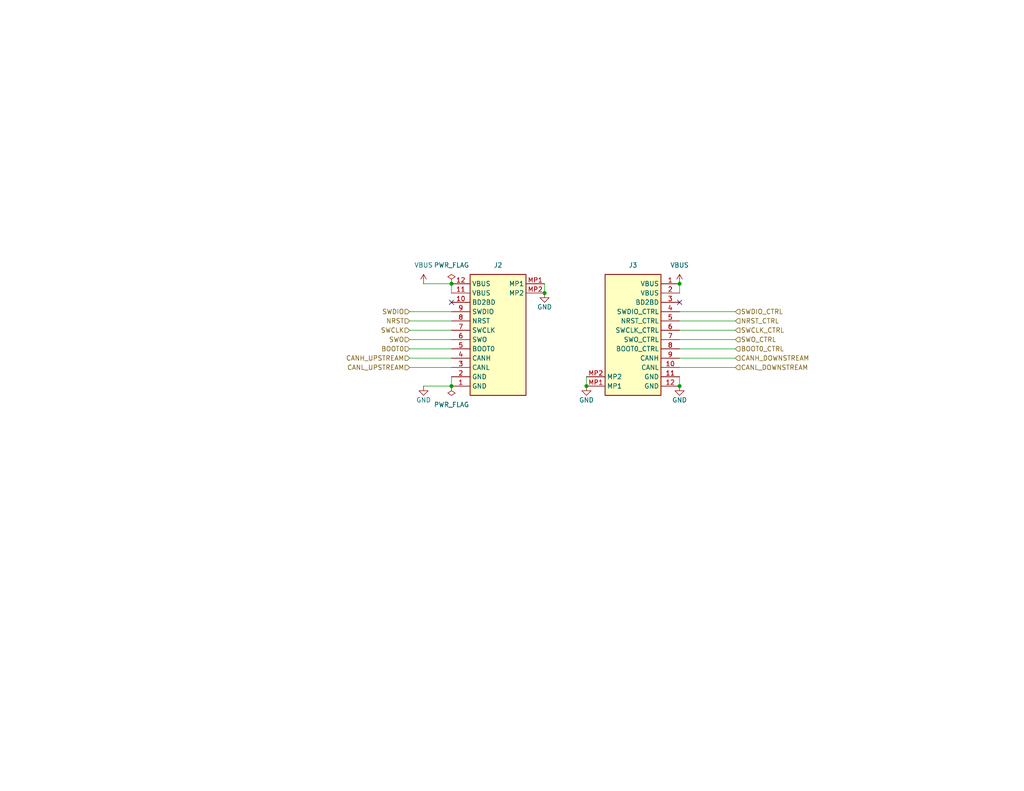
<source format=kicad_sch>
(kicad_sch (version 20231120) (generator "eeschema") (generator_version "8.0")
  (paper "USLetter")
  (lib_symbols
    (symbol "TVSC:Bus Connector (Control)"
      (property "Reference" "J" (at 5 -33 0))
      (symbol "Bus Connector (Control)_1_1"
        (rectangle (start 5.08 2.54) (end 20.32 -30.48) (stroke (width 0.254)) (fill (type background)))
        (pin passive line (at 0 -27.94 0) (length 5.08) (name "VBUS") (number "1"))
        (pin passive line (at 0 -5.08 0) (length 5.08) (name "CANL") (number "10"))
        (pin passive line (at 0 -2.54 0) (length 5.08) (name "GND") (number "11"))
        (pin passive line (at 0 0 0) (length 5.08) (name "GND") (number "12"))
        (pin passive line (at 0 -25.4 0) (length 5.08) (name "VBUS") (number "2"))
        (pin passive line (at 0 -22.86 0) (length 5.08) (name "BD2BD") (number "3"))
        (pin passive line (at 0 -20.32 0) (length 5.08) (name "SWDIO_CTRL") (number "4"))
        (pin passive line (at 0 -17.78 0) (length 5.08) (name "NRST_CTRL") (number "5"))
        (pin passive line (at 0 -15.24 0) (length 5.08) (name "SWCLK_CTRL") (number "6"))
        (pin passive line (at 0 -12.7 0) (length 5.08) (name "SWO_CTRL") (number "7"))
        (pin passive line (at 0 -10.16 0) (length 5.08) (name "BOOT0_CTRL") (number "8"))
        (pin passive line (at 0 -7.62 0) (length 5.08) (name "CANH") (number "9"))
        (pin passive line (at 25.4 0 180) (length 5.08) (name "MP1") (number "MP1"))
        (pin passive line (at 25.4 -2.54 180) (length 5.08) (name "MP2") (number "MP2"))
      )
    )
    (symbol "TVSC:Bus Connector (Target)"
      (property "Reference" "J" (at 5 -33 0))
      (symbol "Bus Connector (Target)_1_1"
        (rectangle (start 5.08 2.54) (end 20.32 -30.48) (stroke (width 0.254)) (fill (type background)))
        (pin passive line (at 0 -27.94 0) (length 5.08) (name "GND") (number "1"))
        (pin passive line (at 0 -5.08 0) (length 5.08) (name "BD2BD") (number "10"))
        (pin passive line (at 0 -2.54 0) (length 5.08) (name "VBUS") (number "11"))
        (pin passive line (at 0 0 0) (length 5.08) (name "VBUS") (number "12"))
        (pin passive line (at 0 -25.4 0) (length 5.08) (name "GND") (number "2"))
        (pin passive line (at 0 -22.86 0) (length 5.08) (name "CANL") (number "3"))
        (pin passive line (at 0 -20.32 0) (length 5.08) (name "CANH") (number "4"))
        (pin passive line (at 0 -17.78 0) (length 5.08) (name "BOOT0") (number "5"))
        (pin passive line (at 0 -15.24 0) (length 5.08) (name "SWO") (number "6"))
        (pin passive line (at 0 -12.7 0) (length 5.08) (name "SWCLK") (number "7"))
        (pin passive line (at 0 -10.16 0) (length 5.08) (name "NRST") (number "8"))
        (pin passive line (at 0 -7.62 0) (length 5.08) (name "SWDIO") (number "9"))
        (pin passive line (at 25.4 0 180) (length 5.08) (name "MP1") (number "MP1"))
        (pin passive line (at 25.4 -2.54 180) (length 5.08) (name "MP2") (number "MP2"))
      )
    )
    (symbol "power:GND" (power) (pin_numbers hide) (pin_names (offset 0) hide)
      (property "Value" "GND" (at 0 -3.81 0))
      (symbol "GND_0_1"
        (polyline (pts (xy 0 0) (xy 0 -1.27) (xy 1.27 -1.27) (xy 0 -2.54) (xy -1.27 -1.27) (xy 0 -1.27)))
      )
      (symbol "GND_1_1"
        (pin power_in line (at 0 0 270) (length 0) (name "~") (number "1"))
      )
    )
    (symbol "power:PWR_FLAG" (power) (pin_numbers hide) (pin_names (offset 0) hide)
      (property "Value" "PWR_FLAG" (at 0 3.81 0))
      (symbol "PWR_FLAG_0_0"
        (pin power_out line (at 0 0 90) (length 0) (name "~") (number "1"))
      )
      (symbol "PWR_FLAG_0_1"
        (polyline (pts (xy 0 0) (xy 0 1.27) (xy -1.016 1.905) (xy 0 2.54) (xy 1.016 1.905) (xy 0 1.27)))
      )
    )
    (symbol "power:VBUS" (power) (pin_numbers hide) (pin_names (offset 0) hide)
      (property "Value" "VBUS" (at 0 3.556 0))
      (symbol "VBUS_0_1"
        (polyline (pts (xy -0.762 1.27) (xy 0 2.54)))
        (polyline (pts (xy 0 0) (xy 0 2.54)))
        (polyline (pts (xy 0 2.54) (xy 0.762 1.27)))
      )
      (symbol "VBUS_1_1"
        (pin power_in line (at 0 0 90) (length 0) (name "~") (number "1"))
      )
    )
  )
  (junction (at 160.02 105.41))
  (junction (at 123.19 105.41))
  (junction (at 185.42 77.47))
  (junction (at 123.19 77.47))
  (junction (at 185.42 105.41))
  (junction (at 148.59 80.01))
  (no_connect (at 123.19 82.55))
  (no_connect (at 185.42 82.55))
  (wire (pts (xy 123.19 77.47) (xy 123.19 80.01)))
  (wire (pts (xy 200.66 85.09) (xy 185.42 85.09)))
  (wire (pts (xy 200.66 100.33) (xy 185.42 100.33)))
  (wire (pts (xy 148.59 77.47) (xy 148.59 80.01)))
  (wire (pts (xy 160.02 102.87) (xy 160.02 105.41)))
  (wire (pts (xy 111.76 90.17) (xy 123.19 90.17)))
  (wire (pts (xy 200.66 95.25) (xy 185.42 95.25)))
  (wire (pts (xy 111.76 87.63) (xy 123.19 87.63)))
  (wire (pts (xy 123.19 102.87) (xy 123.19 105.41)))
  (wire (pts (xy 185.42 77.47) (xy 185.42 80.01)))
  (wire (pts (xy 200.66 97.79) (xy 185.42 97.79)))
  (wire (pts (xy 115.57 77.47) (xy 123.19 77.47)))
  (wire (pts (xy 115.57 105.41) (xy 123.19 105.41)))
  (wire (pts (xy 111.76 97.79) (xy 123.19 97.79)))
  (wire (pts (xy 111.76 95.25) (xy 123.19 95.25)))
  (wire (pts (xy 111.76 92.71) (xy 123.19 92.71)))
  (wire (pts (xy 200.66 90.17) (xy 185.42 90.17)))
  (wire (pts (xy 111.76 85.09) (xy 123.19 85.09)))
  (wire (pts (xy 185.42 102.87) (xy 185.42 105.41)))
  (wire (pts (xy 200.66 92.71) (xy 185.42 92.71)))
  (wire (pts (xy 200.66 87.63) (xy 185.42 87.63)))
  (wire (pts (xy 111.76 100.33) (xy 123.19 100.33)))
  (hierarchical_label "CANH_DOWNSTREAM" (shape input) (at 200.66 97.79 0))
  (hierarchical_label "SWO" (shape input) (at 111.76 92.71 180))
  (hierarchical_label "SWDIO" (shape input) (at 111.76 85.09 180))
  (hierarchical_label "SWCLK" (shape input) (at 111.76 90.17 180))
  (hierarchical_label "SWDIO_CTRL" (shape input) (at 200.66 85.09 0))
  (hierarchical_label "BOOT0_CTRL" (shape input) (at 200.66 95.25 0))
  (hierarchical_label "BOOT0" (shape input) (at 111.76 95.25 180))
  (hierarchical_label "SWO_CTRL" (shape input) (at 200.66 92.71 0))
  (hierarchical_label "NRST" (shape input) (at 111.76 87.63 180))
  (hierarchical_label "CANH_UPSTREAM" (shape input) (at 111.76 97.79 180))
  (hierarchical_label "NRST_CTRL" (shape input) (at 200.66 87.63 0))
  (hierarchical_label "SWCLK_CTRL" (shape input) (at 200.66 90.17 0))
  (hierarchical_label "CANL_UPSTREAM" (shape input) (at 111.76 100.33 180))
  (hierarchical_label "CANL_DOWNSTREAM" (shape input) (at 200.66 100.33 0))
  (symbol (lib_id "power:VBUS") (at 185.42 77.47 0) (unit 1)
    (property "Reference" "#PWR032" (effects (hide yes)))
    (property "Value" "VBUS" (at 185.42 72.39 0))
  )
  (symbol (lib_id "power:GND") (at 148.59 80.01 0) (unit 1)
    (property "Reference" "#PWR033" (effects (hide yes)))
    (property "Value" "GND" (at 148.59 83.82 0))
  )
  (symbol (lib_id "TVSC:Bus Connector (Control)") (at 185.42 105.41 180) (unit 1)
    (property "Reference" "J3" (at 172.72 72.39 0))
    (property "Value" "Molex_504050-1291" (effects (hide yes)))
    (property "Footprint" "footprints:Bus Connector (Control)" (effects (hide yes)))
    (property "Datasheet" "https://www.molex.com/en-us/products/part-detail/5040501291" (effects (hide yes)))
    (property "Manufacturer" "Molex" (effects (hide yes)))
    (property "Manufacturer Part Number" "504050-1291" (effects (hide yes)))
    (property "MPN" "C563982" (effects (hide yes)))
    (property "Active" "Y" (effects (hide yes)))
    (property "Basic or Extended Component" "Extended" (effects (hide yes)))
  )
  (symbol (lib_id "power:PWR_FLAG") (at 123.19 77.47 0) (unit 1)
    (property "Reference" "#FLG02" (effects (hide yes)))
    (property "Value" "PWR_FLAG" (at 123.19 72.39 0))
    (property "Description" "Special symbol for telling ERC where power comes from" (effects (hide yes)))
  )
  (symbol (lib_id "power:GND") (at 115.57 105.41 0) (unit 1)
    (property "Reference" "#PWR034" (effects (hide yes)))
    (property "Value" "GND" (at 115.57 109.22 0))
  )
  (symbol (lib_id "power:GND") (at 185.42 105.41 0) (unit 1)
    (property "Reference" "#PWR036" (effects (hide yes)))
    (property "Value" "GND" (at 185.42 109.22 0))
  )
  (symbol (lib_id "power:GND") (at 160.02 105.41 0) (unit 1)
    (property "Reference" "#PWR035" (effects (hide yes)))
    (property "Value" "GND" (at 160.02 109.22 0))
  )
  (symbol (lib_id "power:PWR_FLAG") (at 123.19 105.41 180) (unit 1)
    (property "Reference" "#FLG03" (effects (hide yes)))
    (property "Value" "PWR_FLAG" (at 123.19 110.49 0))
    (property "Description" "Special symbol for telling ERC where power comes from" (effects (hide yes)))
  )
  (symbol (lib_id "power:VBUS") (at 115.57 77.47 0) (unit 1)
    (property "Reference" "#PWR031" (effects (hide yes)))
    (property "Value" "VBUS" (at 115.57 72.39 0))
  )
  (symbol (lib_id "TVSC:Bus Connector (Target)") (at 123.19 77.47 0) (unit 1)
    (property "Reference" "J2" (at 135.89 72.39 0))
    (property "Value" "Molex_504050-1291" (effects (hide yes)))
    (property "Footprint" "footprints:Bus Connector (Target)" (effects (hide yes)))
    (property "Datasheet" "https://www.molex.com/en-us/products/part-detail/5040501291" (effects (hide yes)))
    (property "Manufacturer" "Molex" (effects (hide yes)))
    (property "Manufacturer Part Number" "504050-1291" (effects (hide yes)))
    (property "MPN" "C563982" (effects (hide yes)))
    (property "Active" "Y" (effects (hide yes)))
    (property "Basic or Extended Component" "Extended" (effects (hide yes)))
  )
)
</source>
